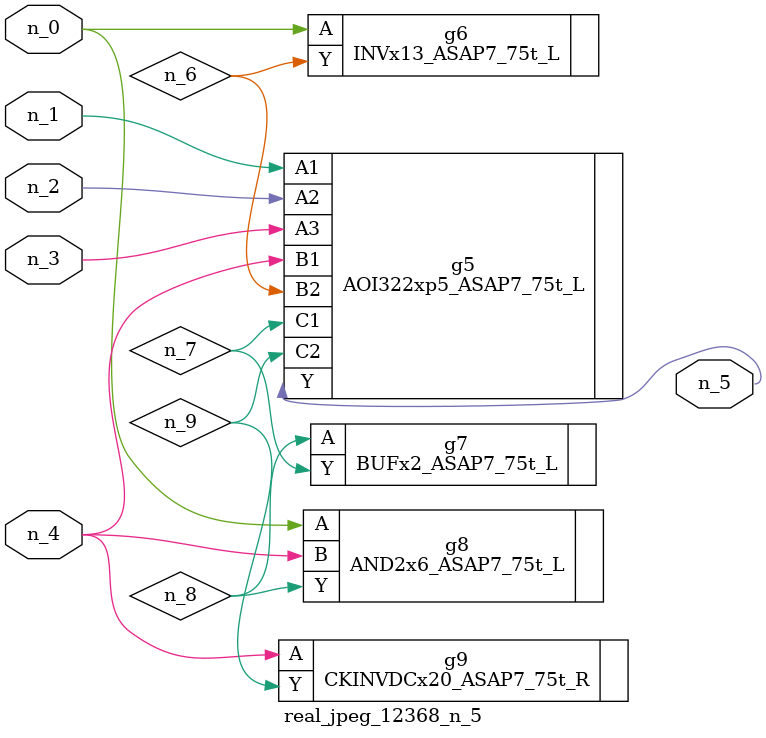
<source format=v>
module real_jpeg_12368_n_5 (n_4, n_0, n_1, n_2, n_3, n_5);

input n_4;
input n_0;
input n_1;
input n_2;
input n_3;

output n_5;

wire n_8;
wire n_6;
wire n_7;
wire n_9;

INVx13_ASAP7_75t_L g6 ( 
.A(n_0),
.Y(n_6)
);

AND2x6_ASAP7_75t_L g8 ( 
.A(n_0),
.B(n_4),
.Y(n_8)
);

AOI322xp5_ASAP7_75t_L g5 ( 
.A1(n_1),
.A2(n_2),
.A3(n_3),
.B1(n_4),
.B2(n_6),
.C1(n_7),
.C2(n_9),
.Y(n_5)
);

CKINVDCx20_ASAP7_75t_R g9 ( 
.A(n_4),
.Y(n_9)
);

BUFx2_ASAP7_75t_L g7 ( 
.A(n_8),
.Y(n_7)
);


endmodule
</source>
